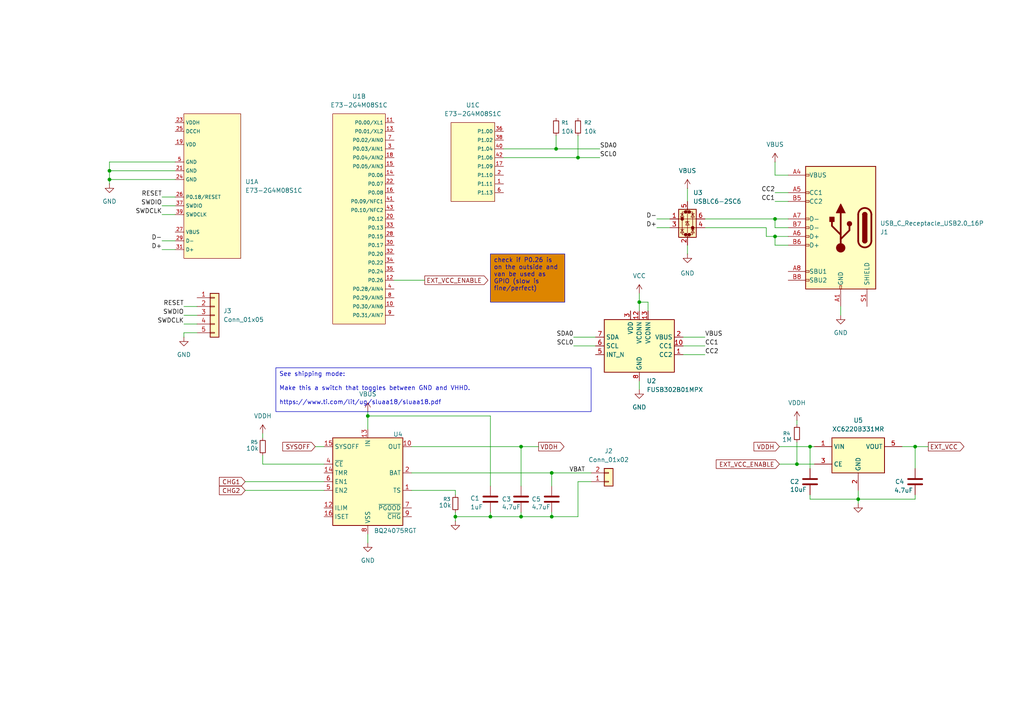
<source format=kicad_sch>
(kicad_sch (version 20250114) (generator "eeschema") (generator_version "9.0")
  (paper "A4")
  (lib_symbols
    (symbol "Battery_Management:BQ24075RGT"
      (property "Reference" "U" (at -8.89 13.97 0))
      (property "Value" "BQ24075RGT" (at 16.51 13.97 0))
      (symbol "BQ24075RGT_0_1"
        (rectangle (start -10.16 12.7) (end 10.16 -12.7) (stroke (width 0.254)) (fill (type background)))
      )
      (symbol "BQ24075RGT_1_1"
        (pin input line (at -12.7 10.16 0) (length 2.54) (name "SYSOFF") (number "15"))
        (pin input line (at -12.7 5.08 0) (length 2.54) (name "~{CE}") (number "4"))
        (pin input line (at -12.7 2.54 0) (length 2.54) (name "TMR") (number "14"))
        (pin input line (at -12.7 0 0) (length 2.54) (name "EN1") (number "6"))
        (pin input line (at -12.7 -2.54 0) (length 2.54) (name "EN2") (number "5"))
        (pin passive line (at -12.7 -7.62 0) (length 2.54) (name "ILIM") (number "12"))
        (pin passive line (at -12.7 -10.16 0) (length 2.54) (name "ISET") (number "16"))
        (pin power_in line (at 0 15.24 270) (length 2.54) (name "IN") (number "13"))
        (pin passive line (at 0 -15.24 90) (length 2.54) (hide yes) (name "VSS") (number "17"))
        (pin power_in line (at 0 -15.24 90) (length 2.54) (name "VSS") (number "8"))
        (pin power_out line (at 12.7 10.16 180) (length 2.54) (name "OUT") (number "10"))
        (pin passive line (at 12.7 10.16 180) (length 2.54) (hide yes) (name "OUT") (number "11"))
        (pin power_out line (at 12.7 2.54 180) (length 2.54) (name "BAT") (number "2"))
        (pin passive line (at 12.7 2.54 180) (length 2.54) (hide yes) (name "BAT") (number "3"))
        (pin passive line (at 12.7 -2.54 180) (length 2.54) (name "TS") (number "1"))
        (pin open_collector line (at 12.7 -7.62 180) (length 2.54) (name "~{PGOOD}") (number "7"))
        (pin open_collector line (at 12.7 -10.16 180) (length 2.54) (name "~{CHG}") (number "9"))
      )
    )
    (symbol "Connector:USB_C_Receptacle_USB2.0_16P" (pin_names (offset 1.016))
      (property "Reference" "J" (at 0 22.225 0))
      (property "Value" "USB_C_Receptacle_USB2.0_16P" (at 0 19.685 0))
      (symbol "USB_C_Receptacle_USB2.0_16P_0_0"
        (rectangle (start -0.254 -17.78) (end 0.254 -16.764))
        (rectangle (start 10.16 15.494) (end 9.144 14.986))
        (rectangle (start 10.16 10.414) (end 9.144 9.906))
        (rectangle (start 10.16 7.874) (end 9.144 7.366))
        (rectangle (start 10.16 2.794) (end 9.144 2.286))
        (rectangle (start 10.16 0.254) (end 9.144 -0.254))
        (rectangle (start 10.16 -2.286) (end 9.144 -2.794))
        (rectangle (start 10.16 -4.826) (end 9.144 -5.334))
        (rectangle (start 10.16 -12.446) (end 9.144 -12.954))
        (rectangle (start 10.16 -14.986) (end 9.144 -15.494))
      )
      (symbol "USB_C_Receptacle_USB2.0_16P_0_1"
        (rectangle (start -10.16 17.78) (end 10.16 -17.78) (stroke (width 0.254)) (fill (type background)))
        (polyline (pts (xy -8.89 -3.81) (xy -8.89 3.81)) (stroke (width 0.508)))
        (rectangle (start -7.62 -3.81) (end -6.35 3.81) (stroke (width 0.254)) (fill (type outline)))
        (arc (start -7.62 3.81) (mid -6.985 4.4423) (end -6.35 3.81) (stroke (width 0.254)))
        (arc (start -7.62 3.81) (mid -6.985 4.4423) (end -6.35 3.81) (stroke (width 0.254)) (fill (type outline)))
        (arc (start -8.89 3.81) (mid -6.985 5.7067) (end -5.08 3.81) (stroke (width 0.508)))
        (arc (start -5.08 -3.81) (mid -6.985 -5.7067) (end -8.89 -3.81) (stroke (width 0.508)))
        (arc (start -6.35 -3.81) (mid -6.985 -4.4423) (end -7.62 -3.81) (stroke (width 0.254)))
        (arc (start -6.35 -3.81) (mid -6.985 -4.4423) (end -7.62 -3.81) (stroke (width 0.254)) (fill (type outline)))
        (polyline (pts (xy -5.08 3.81) (xy -5.08 -3.81)) (stroke (width 0.508)))
        (circle (center -2.54 1.143) (radius 0.635) (stroke (width 0.254)) (fill (type outline)))
        (polyline (pts (xy -1.27 4.318) (xy 0 6.858) (xy 1.27 4.318) (xy -1.27 4.318)) (stroke (width 0.254)) (fill (type outline)))
        (polyline (pts (xy 0 -2.032) (xy 2.54 0.508) (xy 2.54 1.778)) (stroke (width 0.508)))
        (polyline (pts (xy 0 -3.302) (xy -2.54 -0.762) (xy -2.54 0.508)) (stroke (width 0.508)))
        (polyline (pts (xy 0 -5.842) (xy 0 4.318)) (stroke (width 0.508)))
        (circle (center 0 -5.842) (radius 1.27) (fill (type outline)))
        (rectangle (start 1.905 1.778) (end 3.175 3.048) (stroke (width 0.254)) (fill (type outline)))
      )
      (symbol "USB_C_Receptacle_USB2.0_16P_1_1"
        (pin passive line (at -7.62 -22.86 90) (length 5.08) (name "SHIELD") (number "S1"))
        (pin passive line (at 0 -22.86 90) (length 5.08) (name "GND") (number "A1"))
        (pin passive line (at 0 -22.86 90) (length 5.08) (hide yes) (name "GND") (number "A12"))
        (pin passive line (at 0 -22.86 90) (length 5.08) (hide yes) (name "GND") (number "B1"))
        (pin passive line (at 0 -22.86 90) (length 5.08) (hide yes) (name "GND") (number "B12"))
        (pin passive line (at 15.24 15.24 180) (length 5.08) (name "VBUS") (number "A4"))
        (pin passive line (at 15.24 15.24 180) (length 5.08) (hide yes) (name "VBUS") (number "A9"))
        (pin passive line (at 15.24 15.24 180) (length 5.08) (hide yes) (name "VBUS") (number "B4"))
        (pin passive line (at 15.24 15.24 180) (length 5.08) (hide yes) (name "VBUS") (number "B9"))
        (pin bidirectional line (at 15.24 10.16 180) (length 5.08) (name "CC1") (number "A5"))
        (pin bidirectional line (at 15.24 7.62 180) (length 5.08) (name "CC2") (number "B5"))
        (pin bidirectional line (at 15.24 2.54 180) (length 5.08) (name "D-") (number "A7"))
        (pin bidirectional line (at 15.24 0 180) (length 5.08) (name "D-") (number "B7"))
        (pin bidirectional line (at 15.24 -2.54 180) (length 5.08) (name "D+") (number "A6"))
        (pin bidirectional line (at 15.24 -5.08 180) (length 5.08) (name "D+") (number "B6"))
        (pin bidirectional line (at 15.24 -12.7 180) (length 5.08) (name "SBU1") (number "A8"))
        (pin bidirectional line (at 15.24 -15.24 180) (length 5.08) (name "SBU2") (number "B8"))
      )
    )
    (symbol "Connector_Generic:Conn_01x02" (pin_names (offset 1.016) (hide yes))
      (property "Reference" "J" (at 0 2.54 0))
      (property "Value" "Conn_01x02" (at 0 -5.08 0))
      (symbol "Conn_01x02_1_1"
        (rectangle (start -1.27 1.27) (end 1.27 -3.81) (stroke (width 0.254)) (fill (type background)))
        (rectangle (start -1.27 0.127) (end 0 -0.127) (stroke (width 0.1524)))
        (rectangle (start -1.27 -2.413) (end 0 -2.667) (stroke (width 0.1524)))
        (pin passive line (at -5.08 0 0) (length 3.81) (name "Pin_1") (number "1"))
        (pin passive line (at -5.08 -2.54 0) (length 3.81) (name "Pin_2") (number "2"))
      )
    )
    (symbol "Connector_Generic:Conn_01x05" (pin_names (offset 1.016) (hide yes))
      (property "Reference" "J" (at 0 7.62 0))
      (property "Value" "Conn_01x05" (at 0 -7.62 0))
      (symbol "Conn_01x05_1_1"
        (rectangle (start -1.27 6.35) (end 1.27 -6.35) (stroke (width 0.254)) (fill (type background)))
        (rectangle (start -1.27 5.207) (end 0 4.953) (stroke (width 0.1524)))
        (rectangle (start -1.27 2.667) (end 0 2.413) (stroke (width 0.1524)))
        (rectangle (start -1.27 0.127) (end 0 -0.127) (stroke (width 0.1524)))
        (rectangle (start -1.27 -2.413) (end 0 -2.667) (stroke (width 0.1524)))
        (rectangle (start -1.27 -4.953) (end 0 -5.207) (stroke (width 0.1524)))
        (pin passive line (at -5.08 5.08 0) (length 3.81) (name "Pin_1") (number "1"))
        (pin passive line (at -5.08 2.54 0) (length 3.81) (name "Pin_2") (number "2"))
        (pin passive line (at -5.08 0 0) (length 3.81) (name "Pin_3") (number "3"))
        (pin passive line (at -5.08 -2.54 0) (length 3.81) (name "Pin_4") (number "4"))
        (pin passive line (at -5.08 -5.08 0) (length 3.81) (name "Pin_5") (number "5"))
      )
    )
    (symbol "Device:C" (pin_numbers (hide yes)) (pin_names (offset 0.254))
      (property "Reference" "C" (at 0.635 2.54 0))
      (property "Value" "C" (at 0.635 -2.54 0))
      (symbol "C_0_1"
        (polyline (pts (xy -2.032 0.762) (xy 2.032 0.762)) (stroke (width 0.508)))
        (polyline (pts (xy -2.032 -0.762) (xy 2.032 -0.762)) (stroke (width 0.508)))
      )
      (symbol "C_1_1"
        (pin passive line (at 0 3.81 270) (length 2.794) (name "~") (number "1"))
        (pin passive line (at 0 -3.81 90) (length 2.794) (name "~") (number "2"))
      )
    )
    (symbol "Device:R_Small" (pin_numbers (hide yes)) (pin_names (offset 0.254) (hide yes))
      (property "Reference" "R" (at 0 0 90))
      (property "Value" "R_Small" (at 1.778 0 90))
      (symbol "R_Small_0_1"
        (rectangle (start -0.762 1.778) (end 0.762 -1.778) (stroke (width 0.2032)))
      )
      (symbol "R_Small_1_1"
        (pin passive line (at 0 2.54 270) (length 0.762) (name "~") (number "1"))
        (pin passive line (at 0 -2.54 90) (length 0.762) (name "~") (number "2"))
      )
    )
    (symbol "Interface_USB:FUSB302B01MPX"
      (property "Reference" "U" (at -10.16 8.89 0))
      (property "Value" "FUSB302B01MPX" (at 3.81 8.89 0))
      (symbol "FUSB302B01MPX_0_1"
        (rectangle (start -10.16 7.62) (end 10.16 -7.62) (stroke (width 0.254)) (fill (type background)))
      )
      (symbol "FUSB302B01MPX_1_1"
        (pin bidirectional line (at -12.7 2.54 0) (length 2.54) (name "SDA") (number "7"))
        (pin input line (at -12.7 0 0) (length 2.54) (name "SCL") (number "6"))
        (pin open_collector line (at -12.7 -2.54 0) (length 2.54) (name "INT_N") (number "5"))
        (pin power_in line (at -2.54 10.16 270) (length 2.54) (name "VDD") (number "3"))
        (pin passive line (at -2.54 10.16 270) (length 2.54) (hide yes) (name "VDD") (number "4"))
        (pin power_in line (at 0 10.16 270) (length 2.54) (name "VCONN") (number "12"))
        (pin passive line (at 0 -10.16 90) (length 2.54) (hide yes) (name "GND") (number "15"))
        (pin power_in line (at 0 -10.16 90) (length 2.54) (name "GND") (number "8"))
        (pin passive line (at 0 -10.16 90) (length 2.54) (hide yes) (name "GND") (number "9"))
        (pin power_in line (at 2.54 10.16 270) (length 2.54) (name "VCONN") (number "13"))
        (pin input line (at 12.7 2.54 180) (length 2.54) (name "VBUS") (number "2"))
        (pin bidirectional line (at 12.7 0 180) (length 2.54) (name "CC1") (number "10"))
        (pin bidirectional line (at 12.7 0 180) (length 2.54) (hide yes) (name "CC1") (number "11"))
        (pin bidirectional line (at 12.7 -2.54 180) (length 2.54) (name "CC2") (number "1"))
        (pin bidirectional line (at 12.7 -2.54 180) (length 2.54) (hide yes) (name "CC2") (number "14"))
      )
    )
    (symbol "Power_Protection:USBLC6-2SC6" (pin_names (hide yes))
      (property "Reference" "U" (at 0.635 5.715 0))
      (property "Value" "USBLC6-2SC6" (at 0.635 3.81 0))
      (symbol "USBLC6-2SC6_0_0"
        (circle (center -1.524 0) (radius 0.0001) (stroke (width 0.508)))
        (circle (center -0.508 2.032) (radius 0.0001) (stroke (width 0.508)))
        (circle (center -0.508 -4.572) (radius 0.0001) (stroke (width 0.508)))
        (circle (center 0.508 2.032) (radius 0.0001) (stroke (width 0.508)))
        (circle (center 0.508 -4.572) (radius 0.0001) (stroke (width 0.508)))
        (circle (center 1.524 -2.54) (radius 0.0001) (stroke (width 0.508)))
      )
      (symbol "USBLC6-2SC6_0_1"
        (polyline (pts (xy -2.54 0) (xy 2.54 0)))
        (polyline (pts (xy -2.54 -2.54) (xy 2.54 -2.54)))
        (polyline (pts (xy -2.032 0.508) (xy -1.016 0.508) (xy -1.524 1.524) (xy -2.032 0.508)))
        (polyline (pts (xy -2.032 -3.048) (xy -1.016 -3.048)))
        (polyline (pts (xy -1.016 1.524) (xy -2.032 1.524)))
        (polyline (pts (xy -1.016 -4.064) (xy -2.032 -4.064) (xy -1.524 -3.048) (xy -1.016 -4.064)))
        (polyline (pts (xy -0.508 -1.143) (xy -0.508 -0.762) (xy 0.508 -0.762)))
        (polyline (pts (xy 0 2.54) (xy -0.508 2.032) (xy 0.508 2.032) (xy 0 1.524) (xy 0 -4.064) (xy -0.508 -4.572) (xy 0.508 -4.572) (xy 0 -5.08)))
        (polyline (pts (xy 0.508 -1.778) (xy -0.508 -1.778) (xy 0 -0.762) (xy 0.508 -1.778)))
        (polyline (pts (xy 1.016 1.524) (xy 2.032 1.524)))
        (polyline (pts (xy 1.016 -3.048) (xy 2.032 -3.048)))
        (polyline (pts (xy 2.032 0.508) (xy 1.016 0.508) (xy 1.524 1.524) (xy 2.032 0.508)))
        (polyline (pts (xy 2.032 -4.064) (xy 1.016 -4.064) (xy 1.524 -3.048) (xy 2.032 -4.064)))
      )
      (symbol "USBLC6-2SC6_1_1"
        (rectangle (start -2.54 2.794) (end 2.54 -5.334) (stroke (width 0.254)) (fill (type background)))
        (polyline (pts (xy -0.508 2.032) (xy -1.524 2.032) (xy -1.524 -4.572) (xy -0.508 -4.572)))
        (polyline (pts (xy 0.508 -4.572) (xy 1.524 -4.572) (xy 1.524 2.032) (xy 0.508 2.032)))
        (pin passive line (at -5.08 0 0) (length 2.54) (name "I/O1") (number "1"))
        (pin passive line (at -5.08 -2.54 0) (length 2.54) (name "I/O2") (number "3"))
        (pin passive line (at 0 5.08 270) (length 2.54) (name "VBUS") (number "5"))
        (pin passive line (at 0 -7.62 90) (length 2.54) (name "GND") (number "2"))
        (pin passive line (at 5.08 0 180) (length 2.54) (name "I/O1") (number "6"))
        (pin passive line (at 5.08 -2.54 180) (length 2.54) (name "I/O2") (number "4"))
      )
    )
    (symbol "Regulator_Linear:XC6220B331MR"
      (property "Reference" "U" (at 0 8.89 0))
      (property "Value" "XC6220B331MR" (at 0 6.35 0))
      (symbol "XC6220B331MR_0_1"
        (rectangle (start -7.62 5.08) (end 7.62 -5.08) (stroke (width 0.254)) (fill (type background)))
      )
      (symbol "XC6220B331MR_1_1"
        (pin power_in line (at -12.7 2.54 0) (length 5.08) (name "VIN") (number "1"))
        (pin input line (at -12.7 -2.54 0) (length 5.08) (name "CE") (number "3"))
        (pin power_in line (at 0 -10.16 90) (length 5.08) (name "GND") (number "2"))
        (pin no_connect line (at 7.62 -2.54 180) (length 5.08) (hide yes) (name "NC") (number "4"))
        (pin power_out line (at 12.7 2.54 180) (length 5.08) (name "VOUT") (number "5"))
      )
    )
    (symbol "power:GND" (power) (pin_numbers (hide yes)) (pin_names (offset 0) (hide yes))
      (property "Value" "GND" (at 0 -3.81 0))
      (symbol "GND_0_1"
        (polyline (pts (xy 0 0) (xy 0 -1.27) (xy 1.27 -1.27) (xy 0 -2.54) (xy -1.27 -1.27) (xy 0 -1.27)))
      )
      (symbol "GND_1_1"
        (pin power_in line (at 0 0 270) (length 0) (name "~") (number "1"))
      )
    )
    (symbol "power:VBUS" (power) (pin_numbers (hide yes)) (pin_names (offset 0) (hide yes))
      (property "Value" "VBUS" (at 0 3.556 0))
      (symbol "VBUS_0_1"
        (polyline (pts (xy -0.762 1.27) (xy 0 2.54)))
        (polyline (pts (xy 0 2.54) (xy 0.762 1.27)))
        (polyline (pts (xy 0 0) (xy 0 2.54)))
      )
      (symbol "VBUS_1_1"
        (pin power_in line (at 0 0 90) (length 0) (name "~") (number "1"))
      )
    )
    (symbol "power:VCC" (power) (pin_numbers (hide yes)) (pin_names (offset 0) (hide yes))
      (property "Value" "VCC" (at 0 3.556 0))
      (symbol "VCC_0_1"
        (polyline (pts (xy -0.762 1.27) (xy 0 2.54)))
        (polyline (pts (xy 0 2.54) (xy 0.762 1.27)))
        (polyline (pts (xy 0 0) (xy 0 2.54)))
      )
      (symbol "VCC_1_1"
        (pin power_in line (at 0 0 90) (length 0) (name "~") (number "1"))
      )
    )
    (symbol "power:VDD" (power) (pin_numbers (hide yes)) (pin_names (offset 0) (hide yes))
      (property "Value" "VDD" (at 0 3.556 0))
      (symbol "VDD_0_1"
        (polyline (pts (xy -0.762 1.27) (xy 0 2.54)))
        (polyline (pts (xy 0 2.54) (xy 0.762 1.27)))
        (polyline (pts (xy 0 0) (xy 0 2.54)))
      )
      (symbol "VDD_1_1"
        (pin power_in line (at 0 0 90) (length 0) (name "~") (number "1"))
      )
    )
    (symbol "stellar:E73-2G4M08S1C"
      (property "Reference" "U" (at 0.508 1.016 0))
      (property "Value" "E73-2G4M08S1C" (at 0 0 0))
      (symbol "E73-2G4M08S1C_1_1"
        (rectangle (start 0 0) (end 16.51 -41.91) (fill (type background)))
        (pin bidirectional line (at -2.54 -2.54 0) (length 2.54) (name "VDDH") (number "23"))
        (pin bidirectional line (at -2.54 -5.08 0) (length 2.54) (name "DCCH") (number "25"))
        (pin bidirectional line (at -2.54 -8.89 0) (length 2.54) (name "VDD") (number "19"))
        (pin bidirectional line (at -2.54 -13.97 0) (length 2.54) (name "GND") (number "5"))
        (pin bidirectional line (at -2.54 -16.51 0) (length 2.54) (name "GND") (number "21"))
        (pin bidirectional line (at -2.54 -19.05 0) (length 2.54) (name "GND") (number "24"))
        (pin bidirectional line (at -2.54 -24.13 0) (length 2.54) (name "P0.18/RESET") (number "26"))
        (pin bidirectional line (at -2.54 -26.67 0) (length 2.54) (name "SWDIO") (number "37"))
        (pin bidirectional line (at -2.54 -29.21 0) (length 2.54) (name "SWDCLK") (number "39"))
        (pin bidirectional line (at -2.54 -34.29 0) (length 2.54) (name "VBUS") (number "27"))
        (pin bidirectional line (at -2.54 -36.83 0) (length 2.54) (name "D-") (number "29"))
        (pin bidirectional line (at -2.54 -39.37 0) (length 2.54) (name "D+") (number "31"))
      )
      (symbol "E73-2G4M08S1C_2_0"
        (pin bidirectional line (at 17.78 -10.16 180) (length 2.54) (name "P0.03/AIN1") (number "3"))
        (pin bidirectional line (at 17.78 -12.7 180) (length 2.54) (name "P0.04/AIN2") (number "18"))
        (pin bidirectional line (at 17.78 -15.24 180) (length 2.54) (name "P0.05/AIN3") (number "15"))
        (pin bidirectional line (at 17.78 -17.78 180) (length 2.54) (name "P0.06") (number "14"))
        (pin bidirectional line (at 17.78 -20.32 180) (length 2.54) (name "P0.07") (number "22"))
        (pin bidirectional line (at 17.78 -22.86 180) (length 2.54) (name "P0.08") (number "16"))
        (pin bidirectional line (at 17.78 -25.4 180) (length 2.54) (name "P0.09/NFC1") (number "41"))
        (pin bidirectional line (at 17.78 -27.94 180) (length 2.54) (name "P0.10/NFC2") (number "43"))
        (pin bidirectional line (at 17.78 -30.48 180) (length 2.54) (name "P0.12") (number "20"))
        (pin bidirectional line (at 17.78 -33.02 180) (length 2.54) (name "P0.13") (number "33"))
        (pin bidirectional line (at 17.78 -35.56 180) (length 2.54) (name "P0.15") (number "28"))
        (pin bidirectional line (at 17.78 -38.1 180) (length 2.54) (name "P0.17") (number "30"))
        (pin bidirectional line (at 17.78 -40.64 180) (length 2.54) (name "P0.20") (number "32"))
        (pin bidirectional line (at 17.78 -43.18 180) (length 2.54) (name "P0.22") (number "34"))
        (pin bidirectional line (at 17.78 -45.72 180) (length 2.54) (name "P0.24") (number "35"))
        (pin bidirectional line (at 17.78 -48.26 180) (length 2.54) (name "P0.26") (number "12"))
        (pin bidirectional line (at 17.78 -50.8 180) (length 2.54) (name "P0.28/AIN4") (number "4"))
        (pin bidirectional line (at 17.78 -53.34 180) (length 2.54) (name "P0.29/AIN5") (number "8"))
        (pin bidirectional line (at 17.78 -55.88 180) (length 2.54) (name "P0.30/AIN6") (number "10"))
        (pin bidirectional line (at 17.78 -58.42 180) (length 2.54) (name "P0.31/AIN7") (number "9"))
      )
      (symbol "E73-2G4M08S1C_2_1"
        (rectangle (start 0 0) (end 15.24 -60.96) (fill (type background)))
        (pin bidirectional line (at 17.78 -2.54 180) (length 2.54) (name "P0.00/XL1") (number "11"))
        (pin bidirectional line (at 17.78 -5.08 180) (length 2.54) (name "P0.01/XL2") (number "13"))
        (pin bidirectional line (at 17.78 -7.62 180) (length 2.54) (name "P0.02/AIN0") (number "7"))
      )
      (symbol "E73-2G4M08S1C_3_0"
        (pin bidirectional line (at 15.24 -2.54 180) (length 2.54) (name "P1.00") (number "36"))
        (pin bidirectional line (at 15.24 -5.08 180) (length 2.54) (name "P1.02") (number "38"))
        (pin bidirectional line (at 15.24 -7.62 180) (length 2.54) (name "P1.04") (number "40"))
        (pin bidirectional line (at 15.24 -10.16 180) (length 2.54) (name "P1.06") (number "42"))
        (pin bidirectional line (at 15.24 -12.7 180) (length 2.54) (name "P1.09") (number "17"))
        (pin bidirectional line (at 15.24 -15.24 180) (length 2.54) (name "P1.10") (number "2"))
        (pin bidirectional line (at 15.24 -17.78 180) (length 2.54) (name "P1.11") (number "1"))
        (pin bidirectional line (at 15.24 -20.32 180) (length 2.54) (name "P1.13") (number "6"))
      )
      (symbol "E73-2G4M08S1C_3_1"
        (rectangle (start 0 0) (end 12.7 -22.86) (fill (type background)))
      )
    )
  )
  (text_box "See shipping mode:\n\nMake this a switch that toggles between GND and VHHD.\n\nhttps://www.ti.com/lit/ug/sluaa18/sluaa18.pdf" (at 80.01 106.68 0) (size 91.44 12.7) (margins 0.9525 0.9525 0.9525 0.9525) (effects (font (size 1.27 1.27)) (justify left top)))
  (text_box "check if P0.26 is on the outside and van be used as GPIO (slow is fine/perfect)" (at 142.24 73.66 0) (size 21.59 13.97) (margins 0.9525 0.9525 0.9525 0.9525) (fill (type color) (color 221 133 0 1)) (effects (font (size 1.27 1.27)) (justify left top)))
  (junction (at 31.75 52.07))
  (junction (at 185.42 87.63))
  (junction (at 234.95 129.54))
  (junction (at 161.29 43.18))
  (junction (at 224.79 68.58))
  (junction (at 231.14 134.62))
  (junction (at 31.75 49.53))
  (junction (at 224.79 63.5))
  (junction (at 265.43 129.54))
  (junction (at 160.02 149.86))
  (junction (at 151.13 149.86))
  (junction (at 248.92 144.78))
  (junction (at 132.08 149.86))
  (junction (at 106.68 120.65))
  (junction (at 151.13 129.54))
  (junction (at 142.24 149.86))
  (junction (at 160.02 137.16))
  (junction (at 167.64 45.72))
  (wire (pts (xy 132.08 148.59) (xy 132.08 149.86)))
  (wire (pts (xy 132.08 149.86) (xy 142.24 149.86)))
  (wire (pts (xy 224.79 46.99) (xy 224.79 50.8)))
  (wire (pts (xy 53.34 88.9) (xy 57.15 88.9)))
  (wire (pts (xy 171.45 139.7) (xy 167.64 139.7)))
  (wire (pts (xy 224.79 68.58) (xy 228.6 68.58)))
  (wire (pts (xy 222.25 68.58) (xy 222.25 66.04)))
  (wire (pts (xy 167.64 39.37) (xy 167.64 45.72)))
  (wire (pts (xy 151.13 129.54) (xy 151.13 140.97)))
  (wire (pts (xy 167.64 45.72) (xy 173.99 45.72)))
  (wire (pts (xy 46.99 72.39) (xy 50.8 72.39)))
  (wire (pts (xy 119.38 142.24) (xy 132.08 142.24)))
  (wire (pts (xy 243.84 88.9) (xy 243.84 91.44)))
  (wire (pts (xy 160.02 149.86) (xy 167.64 149.86)))
  (wire (pts (xy 106.68 119.38) (xy 106.68 120.65)))
  (wire (pts (xy 151.13 149.86) (xy 151.13 148.59)))
  (wire (pts (xy 248.92 144.78) (xy 248.92 146.05)))
  (wire (pts (xy 187.96 87.63) (xy 185.42 87.63)))
  (wire (pts (xy 151.13 149.86) (xy 160.02 149.86)))
  (wire (pts (xy 71.12 142.24) (xy 93.98 142.24)))
  (wire (pts (xy 234.95 135.89) (xy 234.95 129.54)))
  (wire (pts (xy 146.05 45.72) (xy 167.64 45.72)))
  (wire (pts (xy 151.13 129.54) (xy 156.21 129.54)))
  (wire (pts (xy 31.75 49.53) (xy 31.75 52.07)))
  (wire (pts (xy 106.68 154.94) (xy 106.68 157.48)))
  (wire (pts (xy 185.42 85.09) (xy 185.42 87.63)))
  (wire (pts (xy 222.25 66.04) (xy 204.47 66.04)))
  (wire (pts (xy 234.95 143.51) (xy 234.95 144.78)))
  (wire (pts (xy 228.6 55.88) (xy 224.79 55.88)))
  (wire (pts (xy 167.64 139.7) (xy 167.64 149.86)))
  (wire (pts (xy 228.6 71.12) (xy 224.79 71.12)))
  (wire (pts (xy 142.24 149.86) (xy 151.13 149.86)))
  (wire (pts (xy 119.38 137.16) (xy 160.02 137.16)))
  (wire (pts (xy 114.3 81.28) (xy 123.19 81.28)))
  (wire (pts (xy 53.34 91.44) (xy 57.15 91.44)))
  (wire (pts (xy 234.95 129.54) (xy 236.22 129.54)))
  (wire (pts (xy 224.79 66.04) (xy 224.79 63.5)))
  (wire (pts (xy 166.37 97.79) (xy 172.72 97.79)))
  (wire (pts (xy 190.5 66.04) (xy 194.31 66.04)))
  (wire (pts (xy 224.79 58.42) (xy 228.6 58.42)))
  (wire (pts (xy 199.39 71.12) (xy 199.39 73.66)))
  (wire (pts (xy 46.99 69.85) (xy 50.8 69.85)))
  (wire (pts (xy 199.39 54.61) (xy 199.39 58.42)))
  (wire (pts (xy 265.43 144.78) (xy 248.92 144.78)))
  (wire (pts (xy 226.06 129.54) (xy 234.95 129.54)))
  (wire (pts (xy 226.06 134.62) (xy 231.14 134.62)))
  (wire (pts (xy 76.2 134.62) (xy 93.98 134.62)))
  (wire (pts (xy 91.44 129.54) (xy 93.98 129.54)))
  (wire (pts (xy 161.29 43.18) (xy 173.99 43.18)))
  (wire (pts (xy 146.05 43.18) (xy 161.29 43.18)))
  (wire (pts (xy 31.75 52.07) (xy 31.75 53.34)))
  (wire (pts (xy 142.24 140.97) (xy 142.24 120.65)))
  (wire (pts (xy 231.14 121.92) (xy 231.14 123.19)))
  (wire (pts (xy 160.02 137.16) (xy 160.02 140.97)))
  (wire (pts (xy 31.75 52.07) (xy 50.8 52.07)))
  (wire (pts (xy 76.2 132.08) (xy 76.2 134.62)))
  (wire (pts (xy 198.12 102.87) (xy 204.47 102.87)))
  (wire (pts (xy 46.99 57.15) (xy 50.8 57.15)))
  (wire (pts (xy 224.79 63.5) (xy 228.6 63.5)))
  (wire (pts (xy 190.5 63.5) (xy 194.31 63.5)))
  (wire (pts (xy 231.14 134.62) (xy 236.22 134.62)))
  (wire (pts (xy 231.14 128.27) (xy 231.14 134.62)))
  (wire (pts (xy 198.12 100.33) (xy 204.47 100.33)))
  (wire (pts (xy 50.8 49.53) (xy 31.75 49.53)))
  (wire (pts (xy 53.34 97.79) (xy 53.34 96.52)))
  (wire (pts (xy 224.79 71.12) (xy 224.79 68.58)))
  (wire (pts (xy 187.96 90.17) (xy 187.96 87.63)))
  (wire (pts (xy 142.24 148.59) (xy 142.24 149.86)))
  (wire (pts (xy 142.24 120.65) (xy 106.68 120.65)))
  (wire (pts (xy 198.12 97.79) (xy 204.47 97.79)))
  (wire (pts (xy 160.02 148.59) (xy 160.02 149.86)))
  (wire (pts (xy 31.75 46.99) (xy 50.8 46.99)))
  (wire (pts (xy 46.99 62.23) (xy 50.8 62.23)))
  (wire (pts (xy 132.08 142.24) (xy 132.08 143.51)))
  (wire (pts (xy 119.38 129.54) (xy 151.13 129.54)))
  (wire (pts (xy 234.95 144.78) (xy 248.92 144.78)))
  (wire (pts (xy 76.2 125.73) (xy 76.2 127)))
  (wire (pts (xy 248.92 142.24) (xy 248.92 144.78)))
  (wire (pts (xy 71.12 139.7) (xy 93.98 139.7)))
  (wire (pts (xy 53.34 93.98) (xy 57.15 93.98)))
  (wire (pts (xy 265.43 143.51) (xy 265.43 144.78)))
  (wire (pts (xy 166.37 100.33) (xy 172.72 100.33)))
  (wire (pts (xy 106.68 120.65) (xy 106.68 124.46)))
  (wire (pts (xy 185.42 110.49) (xy 185.42 113.03)))
  (wire (pts (xy 31.75 46.99) (xy 31.75 49.53)))
  (wire (pts (xy 53.34 96.52) (xy 57.15 96.52)))
  (wire (pts (xy 261.62 129.54) (xy 265.43 129.54)))
  (wire (pts (xy 132.08 149.86) (xy 132.08 151.13)))
  (wire (pts (xy 228.6 66.04) (xy 224.79 66.04)))
  (wire (pts (xy 224.79 50.8) (xy 228.6 50.8)))
  (wire (pts (xy 46.99 59.69) (xy 50.8 59.69)))
  (wire (pts (xy 222.25 68.58) (xy 224.79 68.58)))
  (wire (pts (xy 161.29 39.37) (xy 161.29 43.18)))
  (wire (pts (xy 265.43 129.54) (xy 265.43 135.89)))
  (wire (pts (xy 265.43 129.54) (xy 269.24 129.54)))
  (wire (pts (xy 185.42 87.63) (xy 185.42 90.17)))
  (wire (pts (xy 160.02 137.16) (xy 171.45 137.16)))
  (wire (pts (xy 204.47 63.5) (xy 224.79 63.5)))
  (label "SCL0" (at 166.37 100.33 180))
  (label "SDA0" (at 173.99 43.18 0))
  (label "SWDCLK" (at 46.99 62.23 180))
  (label "VBUS" (at 204.47 97.79 0))
  (label "CC2" (at 224.79 55.88 180))
  (label "SWDIO" (at 46.99 59.69 180))
  (label "CC1" (at 224.79 58.42 180))
  (label "D+" (at 190.5 66.04 180))
  (label "SWDIO" (at 53.34 91.44 180))
  (label "D+" (at 46.99 72.39 180))
  (label "VBAT" (at 165.1 137.16 0))
  (label "SWDCLK" (at 53.34 93.98 180))
  (label "RESET" (at 46.99 57.15 180))
  (label "CC2" (at 204.47 102.87 0))
  (label "SCL0" (at 173.99 45.72 0))
  (label "D-" (at 190.5 63.5 180))
  (label "CC1" (at 204.47 100.33 0))
  (label "D-" (at 46.99 69.85 180))
  (label "RESET" (at 53.34 88.9 180))
  (label "SDA0" (at 166.37 97.79 180))
  (global_label "EXT_VCC_ENABLE" (shape output) (at 123.19 81.28 0) (property "Intersheetrefs" "${INTERSHEET_REFS}" (effects (hide yes))))
  (global_label "VDDH" (shape input) (at 226.06 129.54 180) (property "Intersheetrefs" "${INTERSHEET_REFS}" (effects (hide yes))))
  (global_label "CHG1" (shape input) (at 71.12 139.7 180) (property "Intersheetrefs" "${INTERSHEET_REFS}" (effects (hide yes))))
  (global_label "VDDH" (shape output) (at 156.21 129.54 0) (property "Intersheetrefs" "${INTERSHEET_REFS}" (effects (hide yes))))
  (global_label "SYSOFF" (shape input) (at 91.44 129.54 180) (property "Intersheetrefs" "${INTERSHEET_REFS}" (effects (hide yes))))
  (global_label "EXT_VCC_ENABLE" (shape input) (at 226.06 134.62 180) (property "Intersheetrefs" "${INTERSHEET_REFS}" (effects (hide yes))))
  (global_label "CHG2" (shape input) (at 71.12 142.24 180) (property "Intersheetrefs" "${INTERSHEET_REFS}" (effects (hide yes))))
  (global_label "EXT_VCC" (shape output) (at 269.24 129.54 0) (property "Intersheetrefs" "${INTERSHEET_REFS}" (effects (hide yes))))
  (symbol (lib_id "power:GND") (at 248.92 146.05 0) (unit 1)
    (property "Reference" "#PWR017" (effects (hide yes)))
    (property "Value" "GND" (effects (hide yes)))
    (property "Description" "Power symbol creates a global label with name \"GND\" , ground" (effects (hide yes)))
  )
  (symbol (lib_id "Connector:USB_C_Receptacle_USB2.0_16P") (at 243.84 66.04 0) (mirror y) (unit 1)
    (property "Reference" "J1" (at 255.27 67.3101 0) (effects (justify right)))
    (property "Value" "USB_C_Receptacle_USB2.0_16P" (at 255.27 64.7701 0) (effects (justify right)))
    (property "Datasheet" "https://www.usb.org/sites/default/files/documents/usb_type-c.zip" (effects (hide yes)))
    (property "Description" "USB 2.0-only 16P Type-C Receptacle connector" (effects (hide yes)))
  )
  (symbol (lib_id "Device:R_Small") (at 161.29 36.83 0) (unit 1)
    (property "Reference" "R1" (at 162.814 35.56 0) (effects (font (size 1.016 1.016)) (justify left)))
    (property "Value" "10k" (at 162.814 38.1 0) (effects (justify left)))
    (property "Description" "Resistor, small symbol" (effects (hide yes)))
  )
  (symbol (lib_id "power:GND") (at 185.42 113.03 0) (unit 1)
    (property "Reference" "#PWR03" (effects (hide yes)))
    (property "Value" "GND" (at 185.42 118.11 0))
    (property "Description" "Power symbol creates a global label with name \"GND\" , ground" (effects (hide yes)))
  )
  (symbol (lib_id "power:GND") (at 199.39 73.66 0) (unit 1)
    (property "Reference" "#PWR04" (effects (hide yes)))
    (property "Value" "GND" (at 199.39 79.248 0))
    (property "Description" "Power symbol creates a global label with name \"GND\" , ground" (effects (hide yes)))
  )
  (symbol (lib_id "stellar:E73-2G4M08S1C") (at 53.34 33.02 0) (unit 1)
    (property "Reference" "U1" (at 71.12 52.7049 0) (effects (justify left)))
    (property "Value" "E73-2G4M08S1C" (at 71.12 55.2449 0) (effects (justify left)))
    (property "Datasheet" "https://www.cdebyte.com/pdf-down.aspx?id=560" (effects (hide yes)))
    (property "Description" "E73-2G4M08S1C IoT Solutions Modules nRF52840 ble5.0 SMD 2.4GHz Nordic Wireless Module" (effects (hide yes)))
  )
  (symbol (lib_id "Device:C") (at 160.02 144.78 0) (unit 1)
    (property "Reference" "C5" (at 154.178 144.78 0) (effects (justify left)))
    (property "Value" "4.7uF" (at 154.178 147.066 0) (effects (justify left)))
    (property "Description" "Unpolarized capacitor" (effects (hide yes)))
  )
  (symbol (lib_id "stellar:E73-2G4M08S1C") (at 96.52 33.02 0) (unit 2)
    (property "Reference" "U1" (at 104.14 27.94 0))
    (property "Value" "E73-2G4M08S1C" (at 104.14 30.48 0))
    (property "Datasheet" "https://www.cdebyte.com/pdf-down.aspx?id=560" (effects (hide yes)))
    (property "Description" "E73-2G4M08S1C IoT Solutions Modules nRF52840 ble5.0 SMD 2.4GHz Nordic Wireless Module" (effects (hide yes)))
  )
  (symbol (lib_id "power:VDD") (at 231.14 121.92 0) (unit 1)
    (property "Reference" "#PWR06" (effects (hide yes)))
    (property "Value" "VDDH" (at 231.14 116.84 0))
    (property "Description" "Power symbol creates a global label with name \"VDD\"" (effects (hide yes)))
  )
  (symbol (lib_id "Power_Protection:USBLC6-2SC6") (at 199.39 63.5 0) (unit 1)
    (property "Reference" "U3" (at 201.0411 55.88 0) (effects (justify left)))
    (property "Value" "USBLC6-2SC6" (at 201.0411 58.42 0) (effects (justify left)))
    (property "Footprint" "Package_TO_SOT_SMD:SOT-23-6" (effects (hide yes)))
    (property "Datasheet" "https://www.st.com/resource/en/datasheet/usblc6-2.pdf" (effects (hide yes)))
    (property "Description" "Very low capacitance ESD protection diode, 2 data-line, SOT-23-6" (effects (hide yes)))
  )
  (symbol (lib_id "Battery_Management:BQ24075RGT") (at 106.68 139.7 0) (unit 1)
    (property "Reference" "U4" (at 114.046 125.984 0) (effects (justify left)))
    (property "Value" "BQ24075RGT" (at 108.458 153.924 0) (effects (justify left)))
    (property "Footprint" "Package_DFN_QFN:VQFN-16-1EP_3x3mm_P0.5mm_EP1.6x1.6mm" (effects (hide yes)))
    (property "Datasheet" "http://www.ti.com/lit/ds/symlink/bq24075.pdf" (effects (hide yes)))
    (property "Description" "USB-Friendly Li-Ion Battery Charger and Power-Path Management, VQFN-16" (effects (hide yes)))
  )
  (symbol (lib_id "power:GND") (at 132.08 151.13 0) (unit 1)
    (property "Reference" "#PWR013" (effects (hide yes)))
    (property "Value" "GND" (effects (hide yes)))
    (property "Description" "Power symbol creates a global label with name \"GND\" , ground" (effects (hide yes)))
  )
  (symbol (lib_id "power:VBUS") (at 199.39 54.61 0) (unit 1)
    (property "Reference" "#PWR014" (effects (hide yes)))
    (property "Value" "VBUS" (at 199.39 49.53 0))
    (property "Description" "Power symbol creates a global label with name \"VBUS\"" (effects (hide yes)))
  )
  (symbol (lib_id "power:GND") (at 53.34 97.79 0) (unit 1)
    (property "Reference" "#PWR01" (effects (hide yes)))
    (property "Value" "GND" (at 53.34 102.87 0))
    (property "Description" "Power symbol creates a global label with name \"GND\" , ground" (effects (hide yes)))
  )
  (symbol (lib_id "power:GND") (at 31.75 53.34 0) (unit 1)
    (property "Reference" "#PWR05" (effects (hide yes)))
    (property "Value" "GND" (at 31.75 58.42 0))
    (property "Description" "Power symbol creates a global label with name \"GND\" , ground" (effects (hide yes)))
  )
  (symbol (lib_id "Interface_USB:FUSB302B01MPX") (at 185.42 100.33 0) (unit 1)
    (property "Reference" "U2" (at 187.5633 110.49 0) (effects (justify left)))
    (property "Value" "FUSB302B01MPX" (at 187.5633 113.03 0) (effects (justify left)))
    (property "Footprint" "Package_DFN_QFN:WQFN-14-1EP_2.5x2.5mm_P0.5mm_EP1.45x1.45mm" (effects (hide yes)))
    (property "Datasheet" "http://www.onsemi.com/pub/Collateral/FUSB302B-D.PDF" (effects (hide yes)))
    (property "Description" "Programmable USB Type-C Controller w/PD, I2C address 0x23, WQFN-14" (effects (hide yes)))
  )
  (symbol (lib_id "Device:R_Small") (at 76.2 129.54 0) (unit 1)
    (property "Reference" "R5" (at 72.644 128.27 0) (effects (font (size 1.016 1.016)) (justify left)))
    (property "Value" "10k" (at 71.374 130.048 0) (effects (justify left)))
    (property "Description" "Resistor, small symbol" (effects (hide yes)))
  )
  (symbol (lib_id "Device:C") (at 151.13 144.78 0) (unit 1)
    (property "Reference" "C3" (at 145.542 144.78 0) (effects (justify left)))
    (property "Value" "4.7uF" (at 145.542 147.066 0) (effects (justify left)))
    (property "Description" "Unpolarized capacitor" (effects (hide yes)))
  )
  (symbol (lib_id "stellar:E73-2G4M08S1C") (at 130.81 35.56 0) (unit 3)
    (property "Reference" "U1" (at 137.16 30.48 0))
    (property "Value" "E73-2G4M08S1C" (at 137.16 33.02 0))
    (property "Datasheet" "https://www.cdebyte.com/pdf-down.aspx?id=560" (effects (hide yes)))
    (property "Description" "E73-2G4M08S1C IoT Solutions Modules nRF52840 ble5.0 SMD 2.4GHz Nordic Wireless Module" (effects (hide yes)))
  )
  (symbol (lib_id "power:VBUS") (at 106.68 119.38 0) (unit 1)
    (property "Reference" "#PWR07" (effects (hide yes)))
    (property "Value" "VBUS" (at 106.68 114.3 0))
    (property "Description" "Power symbol creates a global label with name \"VBUS\"" (effects (hide yes)))
  )
  (symbol (lib_id "Device:R_Small") (at 132.08 146.05 0) (unit 1)
    (property "Reference" "R3" (at 128.524 144.78 0) (effects (font (size 1.016 1.016)) (justify left)))
    (property "Value" "10k" (at 127.254 146.558 0) (effects (justify left)))
    (property "Description" "Resistor, small symbol" (effects (hide yes)))
  )
  (symbol (lib_id "Device:C") (at 142.24 144.78 180) (unit 1)
    (property "Reference" "C1" (at 136.398 144.526 0) (effects (justify right)))
    (property "Value" "1uF" (at 136.398 147.066 0) (effects (justify right)))
    (property "Description" "Unpolarized capacitor" (effects (hide yes)))
  )
  (symbol (lib_id "Device:C") (at 265.43 139.7 180) (unit 1)
    (property "Reference" "C4" (at 259.588 139.7 0) (effects (justify right)))
    (property "Value" "4.7uF" (at 259.334 142.24 0) (effects (justify right)))
    (property "Description" "Unpolarized capacitor" (effects (hide yes)))
  )
  (symbol (lib_id "power:GND") (at 106.68 157.48 0) (unit 1)
    (property "Reference" "#PWR09" (effects (hide yes)))
    (property "Value" "GND" (at 106.68 162.56 0))
    (property "Description" "Power symbol creates a global label with name \"GND\" , ground" (effects (hide yes)))
  )
  (symbol (lib_id "power:VDD") (at 76.2 125.73 0) (unit 1)
    (property "Reference" "#PWR011" (effects (hide yes)))
    (property "Value" "VDDH" (at 76.2 120.65 0))
    (property "Description" "Power symbol creates a global label with name \"VDD\"" (effects (hide yes)))
  )
  (symbol (lib_id "Device:R_Small") (at 231.14 125.73 0) (unit 1)
    (property "Reference" "R4" (at 227.076 125.73 0) (effects (font (size 1.016 1.016)) (justify left)))
    (property "Value" "1M" (at 226.822 127.508 0) (effects (justify left)))
    (property "Description" "Resistor, small symbol" (effects (hide yes)))
  )
  (symbol (lib_id "Device:C") (at 234.95 139.7 180) (unit 1)
    (property "Reference" "C2" (at 229.108 139.7 0) (effects (justify right)))
    (property "Value" "10uF" (at 229.108 141.986 0) (effects (justify right)))
    (property "Description" "Unpolarized capacitor" (effects (hide yes)))
  )
  (symbol (lib_id "power:VCC") (at 185.42 85.09 0) (unit 1)
    (property "Reference" "#PWR010" (effects (hide yes)))
    (property "Value" "VCC" (at 185.42 80.01 0))
    (property "Description" "Power symbol creates a global label with name \"VCC\"" (effects (hide yes)))
  )
  (symbol (lib_id "Connector_Generic:Conn_01x02") (at 176.53 139.7 0) (mirror x) (unit 1)
    (property "Reference" "J2" (at 176.53 130.81 0))
    (property "Value" "Conn_01x02" (at 176.53 133.35 0))
    (property "Description" "Generic connector, single row, 01x02, script generated (kicad-library-utils/schlib/autogen/connector/)" (effects (hide yes)))
  )
  (symbol (lib_id "Connector_Generic:Conn_01x05") (at 62.23 91.44 0) (unit 1)
    (property "Reference" "J3" (at 64.77 90.1699 0) (effects (justify left)))
    (property "Value" "Conn_01x05" (at 64.77 92.7099 0) (effects (justify left)))
    (property "Description" "Generic connector, single row, 01x05, script generated (kicad-library-utils/schlib/autogen/connector/)" (effects (hide yes)))
  )
  (symbol (lib_id "power:GND") (at 243.84 91.44 0) (unit 1)
    (property "Reference" "#PWR02" (effects (hide yes)))
    (property "Value" "GND" (at 243.84 96.52 0))
    (property "Description" "Power symbol creates a global label with name \"GND\" , ground" (effects (hide yes)))
  )
  (symbol (lib_id "Device:R_Small") (at 167.64 36.83 0) (unit 1)
    (property "Reference" "R2" (at 169.418 35.56 0) (effects (font (size 1.016 1.016)) (justify left)))
    (property "Value" "10k" (at 169.418 38.1 0) (effects (justify left)))
    (property "Description" "Resistor, small symbol" (effects (hide yes)))
  )
  (symbol (lib_id "power:VBUS") (at 224.79 46.99 0) (unit 1)
    (property "Reference" "#PWR08" (effects (hide yes)))
    (property "Value" "VBUS" (at 224.79 41.91 0))
    (property "Description" "Power symbol creates a global label with name \"VBUS\"" (effects (hide yes)))
  )
  (symbol (lib_id "Regulator_Linear:XC6220B331MR") (at 248.92 132.08 0) (unit 1)
    (property "Reference" "U5" (at 248.92 121.92 0))
    (property "Value" "XC6220B331MR" (at 248.92 124.46 0))
    (property "Footprint" "Package_TO_SOT_SMD:SOT-23-5" (effects (hide yes)))
    (property "Datasheet" "https://www.torexsemi.com/file/xc6220/XC6220.pdf" (effects (hide yes)))
    (property "Description" "1A, Low Drop-out Voltage Regulator, Fixed Output 3.3V, SOT-23-5" (effects (hide yes)))
  )
)
</source>
